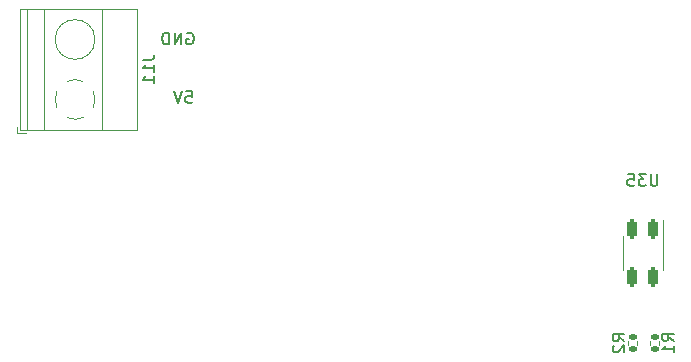
<source format=gbr>
%TF.GenerationSoftware,KiCad,Pcbnew,7.0.8*%
%TF.CreationDate,2023-11-15T20:37:27+01:00*%
%TF.ProjectId,main_board_4_jlc-3.2,6d61696e-5f62-46f6-9172-645f345f6a6c,rev?*%
%TF.SameCoordinates,Original*%
%TF.FileFunction,Legend,Bot*%
%TF.FilePolarity,Positive*%
%FSLAX46Y46*%
G04 Gerber Fmt 4.6, Leading zero omitted, Abs format (unit mm)*
G04 Created by KiCad (PCBNEW 7.0.8) date 2023-11-15 20:37:27*
%MOMM*%
%LPD*%
G01*
G04 APERTURE LIST*
G04 Aperture macros list*
%AMRoundRect*
0 Rectangle with rounded corners*
0 $1 Rounding radius*
0 $2 $3 $4 $5 $6 $7 $8 $9 X,Y pos of 4 corners*
0 Add a 4 corners polygon primitive as box body*
4,1,4,$2,$3,$4,$5,$6,$7,$8,$9,$2,$3,0*
0 Add four circle primitives for the rounded corners*
1,1,$1+$1,$2,$3*
1,1,$1+$1,$4,$5*
1,1,$1+$1,$6,$7*
1,1,$1+$1,$8,$9*
0 Add four rect primitives between the rounded corners*
20,1,$1+$1,$2,$3,$4,$5,0*
20,1,$1+$1,$4,$5,$6,$7,0*
20,1,$1+$1,$6,$7,$8,$9,0*
20,1,$1+$1,$8,$9,$2,$3,0*%
G04 Aperture macros list end*
%ADD10C,0.150000*%
%ADD11C,0.120000*%
%ADD12C,0.780999*%
%ADD13O,1.070000X1.800000*%
%ADD14R,1.070000X1.800000*%
%ADD15RoundRect,0.102000X0.684000X0.684000X-0.684000X0.684000X-0.684000X-0.684000X0.684000X-0.684000X0*%
%ADD16C,1.572000*%
%ADD17C,3.800000*%
%ADD18C,3.200000*%
%ADD19C,2.000000*%
%ADD20R,1.700000X1.700000*%
%ADD21O,1.700000X1.700000*%
%ADD22RoundRect,0.135000X-0.185000X0.135000X-0.185000X-0.135000X0.185000X-0.135000X0.185000X0.135000X0*%
%ADD23RoundRect,0.135000X0.185000X-0.135000X0.185000X0.135000X-0.185000X0.135000X-0.185000X-0.135000X0*%
%ADD24R,2.600000X2.600000*%
%ADD25C,2.600000*%
%ADD26RoundRect,0.197500X0.197500X0.632500X-0.197500X0.632500X-0.197500X-0.632500X0.197500X-0.632500X0*%
G04 APERTURE END LIST*
D10*
X269399030Y-211296819D02*
X269875220Y-211296819D01*
X269875220Y-211296819D02*
X269922839Y-211773009D01*
X269922839Y-211773009D02*
X269875220Y-211725390D01*
X269875220Y-211725390D02*
X269779982Y-211677771D01*
X269779982Y-211677771D02*
X269541887Y-211677771D01*
X269541887Y-211677771D02*
X269446649Y-211725390D01*
X269446649Y-211725390D02*
X269399030Y-211773009D01*
X269399030Y-211773009D02*
X269351411Y-211868247D01*
X269351411Y-211868247D02*
X269351411Y-212106342D01*
X269351411Y-212106342D02*
X269399030Y-212201580D01*
X269399030Y-212201580D02*
X269446649Y-212249200D01*
X269446649Y-212249200D02*
X269541887Y-212296819D01*
X269541887Y-212296819D02*
X269779982Y-212296819D01*
X269779982Y-212296819D02*
X269875220Y-212249200D01*
X269875220Y-212249200D02*
X269922839Y-212201580D01*
X269065696Y-211296819D02*
X268732363Y-212296819D01*
X268732363Y-212296819D02*
X268399030Y-211296819D01*
X269478411Y-206391438D02*
X269573649Y-206343819D01*
X269573649Y-206343819D02*
X269716506Y-206343819D01*
X269716506Y-206343819D02*
X269859363Y-206391438D01*
X269859363Y-206391438D02*
X269954601Y-206486676D01*
X269954601Y-206486676D02*
X270002220Y-206581914D01*
X270002220Y-206581914D02*
X270049839Y-206772390D01*
X270049839Y-206772390D02*
X270049839Y-206915247D01*
X270049839Y-206915247D02*
X270002220Y-207105723D01*
X270002220Y-207105723D02*
X269954601Y-207200961D01*
X269954601Y-207200961D02*
X269859363Y-207296200D01*
X269859363Y-207296200D02*
X269716506Y-207343819D01*
X269716506Y-207343819D02*
X269621268Y-207343819D01*
X269621268Y-207343819D02*
X269478411Y-207296200D01*
X269478411Y-207296200D02*
X269430792Y-207248580D01*
X269430792Y-207248580D02*
X269430792Y-206915247D01*
X269430792Y-206915247D02*
X269621268Y-206915247D01*
X269002220Y-207343819D02*
X269002220Y-206343819D01*
X269002220Y-206343819D02*
X268430792Y-207343819D01*
X268430792Y-207343819D02*
X268430792Y-206343819D01*
X267954601Y-207343819D02*
X267954601Y-206343819D01*
X267954601Y-206343819D02*
X267716506Y-206343819D01*
X267716506Y-206343819D02*
X267573649Y-206391438D01*
X267573649Y-206391438D02*
X267478411Y-206486676D01*
X267478411Y-206486676D02*
X267430792Y-206581914D01*
X267430792Y-206581914D02*
X267383173Y-206772390D01*
X267383173Y-206772390D02*
X267383173Y-206915247D01*
X267383173Y-206915247D02*
X267430792Y-207105723D01*
X267430792Y-207105723D02*
X267478411Y-207200961D01*
X267478411Y-207200961D02*
X267573649Y-207296200D01*
X267573649Y-207296200D02*
X267716506Y-207343819D01*
X267716506Y-207343819D02*
X267954601Y-207343819D01*
X306506817Y-232468331D02*
X306030626Y-232134998D01*
X306506817Y-231896903D02*
X305506817Y-231896903D01*
X305506817Y-231896903D02*
X305506817Y-232277855D01*
X305506817Y-232277855D02*
X305554436Y-232373093D01*
X305554436Y-232373093D02*
X305602055Y-232420712D01*
X305602055Y-232420712D02*
X305697293Y-232468331D01*
X305697293Y-232468331D02*
X305840150Y-232468331D01*
X305840150Y-232468331D02*
X305935388Y-232420712D01*
X305935388Y-232420712D02*
X305983007Y-232373093D01*
X305983007Y-232373093D02*
X306030626Y-232277855D01*
X306030626Y-232277855D02*
X306030626Y-231896903D01*
X305602055Y-232849284D02*
X305554436Y-232896903D01*
X305554436Y-232896903D02*
X305506817Y-232992141D01*
X305506817Y-232992141D02*
X305506817Y-233230236D01*
X305506817Y-233230236D02*
X305554436Y-233325474D01*
X305554436Y-233325474D02*
X305602055Y-233373093D01*
X305602055Y-233373093D02*
X305697293Y-233420712D01*
X305697293Y-233420712D02*
X305792531Y-233420712D01*
X305792531Y-233420712D02*
X305935388Y-233373093D01*
X305935388Y-233373093D02*
X306506817Y-232801665D01*
X306506817Y-232801665D02*
X306506817Y-233420712D01*
X310698819Y-232453333D02*
X310222628Y-232120000D01*
X310698819Y-231881905D02*
X309698819Y-231881905D01*
X309698819Y-231881905D02*
X309698819Y-232262857D01*
X309698819Y-232262857D02*
X309746438Y-232358095D01*
X309746438Y-232358095D02*
X309794057Y-232405714D01*
X309794057Y-232405714D02*
X309889295Y-232453333D01*
X309889295Y-232453333D02*
X310032152Y-232453333D01*
X310032152Y-232453333D02*
X310127390Y-232405714D01*
X310127390Y-232405714D02*
X310175009Y-232358095D01*
X310175009Y-232358095D02*
X310222628Y-232262857D01*
X310222628Y-232262857D02*
X310222628Y-231881905D01*
X310698819Y-233405714D02*
X310698819Y-232834286D01*
X310698819Y-233120000D02*
X309698819Y-233120000D01*
X309698819Y-233120000D02*
X309841676Y-233024762D01*
X309841676Y-233024762D02*
X309936914Y-232929524D01*
X309936914Y-232929524D02*
X309984533Y-232834286D01*
X265714819Y-208650476D02*
X266429104Y-208650476D01*
X266429104Y-208650476D02*
X266571961Y-208602857D01*
X266571961Y-208602857D02*
X266667200Y-208507619D01*
X266667200Y-208507619D02*
X266714819Y-208364762D01*
X266714819Y-208364762D02*
X266714819Y-208269524D01*
X266714819Y-209650476D02*
X266714819Y-209079048D01*
X266714819Y-209364762D02*
X265714819Y-209364762D01*
X265714819Y-209364762D02*
X265857676Y-209269524D01*
X265857676Y-209269524D02*
X265952914Y-209174286D01*
X265952914Y-209174286D02*
X266000533Y-209079048D01*
X266714819Y-210602857D02*
X266714819Y-210031429D01*
X266714819Y-210317143D02*
X265714819Y-210317143D01*
X265714819Y-210317143D02*
X265857676Y-210221905D01*
X265857676Y-210221905D02*
X265952914Y-210126667D01*
X265952914Y-210126667D02*
X266000533Y-210031429D01*
X309296094Y-218316819D02*
X309296094Y-219126342D01*
X309296094Y-219126342D02*
X309248475Y-219221580D01*
X309248475Y-219221580D02*
X309200856Y-219269200D01*
X309200856Y-219269200D02*
X309105618Y-219316819D01*
X309105618Y-219316819D02*
X308915142Y-219316819D01*
X308915142Y-219316819D02*
X308819904Y-219269200D01*
X308819904Y-219269200D02*
X308772285Y-219221580D01*
X308772285Y-219221580D02*
X308724666Y-219126342D01*
X308724666Y-219126342D02*
X308724666Y-218316819D01*
X308343713Y-218316819D02*
X307724666Y-218316819D01*
X307724666Y-218316819D02*
X308057999Y-218697771D01*
X308057999Y-218697771D02*
X307915142Y-218697771D01*
X307915142Y-218697771D02*
X307819904Y-218745390D01*
X307819904Y-218745390D02*
X307772285Y-218793009D01*
X307772285Y-218793009D02*
X307724666Y-218888247D01*
X307724666Y-218888247D02*
X307724666Y-219126342D01*
X307724666Y-219126342D02*
X307772285Y-219221580D01*
X307772285Y-219221580D02*
X307819904Y-219269200D01*
X307819904Y-219269200D02*
X307915142Y-219316819D01*
X307915142Y-219316819D02*
X308200856Y-219316819D01*
X308200856Y-219316819D02*
X308296094Y-219269200D01*
X308296094Y-219269200D02*
X308343713Y-219221580D01*
X306819904Y-218316819D02*
X307296094Y-218316819D01*
X307296094Y-218316819D02*
X307343713Y-218793009D01*
X307343713Y-218793009D02*
X307296094Y-218745390D01*
X307296094Y-218745390D02*
X307200856Y-218697771D01*
X307200856Y-218697771D02*
X306962761Y-218697771D01*
X306962761Y-218697771D02*
X306867523Y-218745390D01*
X306867523Y-218745390D02*
X306819904Y-218793009D01*
X306819904Y-218793009D02*
X306772285Y-218888247D01*
X306772285Y-218888247D02*
X306772285Y-219126342D01*
X306772285Y-219126342D02*
X306819904Y-219221580D01*
X306819904Y-219221580D02*
X306867523Y-219269200D01*
X306867523Y-219269200D02*
X306962761Y-219316819D01*
X306962761Y-219316819D02*
X307200856Y-219316819D01*
X307200856Y-219316819D02*
X307296094Y-219269200D01*
X307296094Y-219269200D02*
X307343713Y-219221580D01*
D11*
%TO.C,R2*%
X307601998Y-232481357D02*
X307601998Y-232788639D01*
X306841998Y-232481357D02*
X306841998Y-232788639D01*
%TO.C,R1*%
X308694000Y-232773641D02*
X308694000Y-232466359D01*
X309454000Y-232773641D02*
X309454000Y-232466359D01*
%TO.C,J11*%
X255100000Y-214840000D02*
X255100000Y-214340000D01*
X255840000Y-214840000D02*
X255100000Y-214840000D01*
X255340000Y-214600000D02*
X255340000Y-204320000D01*
X255900000Y-214600000D02*
X255900000Y-204320000D01*
X257400000Y-214600000D02*
X257400000Y-204320000D01*
X262301000Y-214600000D02*
X262301000Y-204320000D01*
X265261000Y-214600000D02*
X255340000Y-214600000D01*
X265261000Y-214600000D02*
X265261000Y-204320000D01*
X258977000Y-208147000D02*
X258931000Y-208194000D01*
X258761000Y-207954000D02*
X258726000Y-207989000D01*
X261275000Y-205850000D02*
X261239000Y-205885000D01*
X261069000Y-205645000D02*
X261023000Y-205692000D01*
X265261000Y-204320000D02*
X255340000Y-204320000D01*
X259316958Y-213535427D02*
G75*
G03*
X260684000Y-213535000I683041J1535420D01*
G01*
X258319748Y-211971195D02*
G75*
G03*
X258465001Y-212684000I1680253J-28806D01*
G01*
X258465244Y-211316682D02*
G75*
G03*
X258320000Y-212000000I1534756J-683318D01*
G01*
X261535427Y-212683042D02*
G75*
G03*
X261535000Y-211316000I-1535420J683041D01*
G01*
X260683042Y-210464573D02*
G75*
G03*
X259316000Y-210465000I-683041J-1535431D01*
G01*
X261680000Y-206920000D02*
G75*
G03*
X261680000Y-206920000I-1680000J0D01*
G01*
%TO.C,U35*%
X309758000Y-226400000D02*
X309758000Y-222200000D01*
X306358000Y-226400000D02*
X306358000Y-223600000D01*
%TD*%
%LPC*%
%TO.C,J10*%
D12*
X213960499Y-184521000D02*
G75*
G03*
X213960499Y-184521000I-390499J0D01*
G01*
X213960499Y-187061000D02*
G75*
G03*
X213960499Y-187061000I-390499J0D01*
G01*
X213960499Y-189601000D02*
G75*
G03*
X213960499Y-189601000I-390499J0D01*
G01*
X213960499Y-192141000D02*
G75*
G03*
X213960499Y-192141000I-390499J0D01*
G01*
X213960499Y-194681000D02*
G75*
G03*
X213960499Y-194681000I-390499J0D01*
G01*
X213960499Y-197221000D02*
G75*
G03*
X213960499Y-197221000I-390499J0D01*
G01*
X213960499Y-199761000D02*
G75*
G03*
X213960499Y-199761000I-390499J0D01*
G01*
X213960499Y-202301000D02*
G75*
G03*
X213960499Y-202301000I-390499J0D01*
G01*
%TO.C,J9*%
X236820499Y-184521000D02*
G75*
G03*
X236820499Y-184521000I-390499J0D01*
G01*
X236820499Y-187061000D02*
G75*
G03*
X236820499Y-187061000I-390499J0D01*
G01*
X236820499Y-189601000D02*
G75*
G03*
X236820499Y-189601000I-390499J0D01*
G01*
X236820499Y-192141000D02*
G75*
G03*
X236820499Y-192141000I-390499J0D01*
G01*
X236820499Y-194681000D02*
G75*
G03*
X236820499Y-194681000I-390499J0D01*
G01*
X236820499Y-197221000D02*
G75*
G03*
X236820499Y-197221000I-390499J0D01*
G01*
X236820499Y-199761000D02*
G75*
G03*
X236820499Y-199761000I-390499J0D01*
G01*
X236820499Y-202301000D02*
G75*
G03*
X236820499Y-202301000I-390499J0D01*
G01*
%TD*%
D13*
%TO.C,D12*%
X223090000Y-225000000D03*
X224360000Y-225000000D03*
X225630000Y-225000000D03*
D14*
X226900000Y-225000000D03*
%TD*%
D15*
%TO.C,J7*%
X239800000Y-229000000D03*
D16*
X242340000Y-229000000D03*
X244880000Y-229000000D03*
X247420000Y-229000000D03*
%TD*%
D17*
%TO.C,H1*%
X338979248Y-255540647D03*
%TD*%
D18*
%TO.C,H60*%
X268840620Y-268840620D03*
%TD*%
D17*
%TO.C,H1*%
X314230038Y-236747357D03*
%TD*%
%TO.C,H1*%
X97497791Y-190835886D03*
%TD*%
%TO.C,H1*%
X328110266Y-211425276D03*
%TD*%
%TO.C,H1*%
X56928906Y-179965486D03*
%TD*%
%TO.C,H1*%
X80249050Y-244056824D03*
%TD*%
%TO.C,H1*%
X147057714Y-180000000D03*
%TD*%
%TO.C,H1*%
X346952098Y-275514213D03*
%TD*%
D19*
%TO.C,H45*%
X158100000Y-227939000D03*
%TD*%
%TO.C,H23*%
X81100000Y-227939000D03*
%TD*%
D18*
%TO.C,H60*%
X268840620Y-181159380D03*
%TD*%
D17*
%TO.C,H1*%
X124543714Y-198082819D03*
%TD*%
%TO.C,H1*%
X397511406Y-247711557D03*
%TD*%
%TO.C,H1*%
X128916529Y-264799077D03*
%TD*%
%TO.C,H1*%
X171306425Y-256000000D03*
%TD*%
%TO.C,H1*%
X355870722Y-242229457D03*
%TD*%
%TO.C,H1*%
X334017785Y-179843355D03*
%TD*%
%TO.C,H1*%
X141850842Y-190558491D03*
%TD*%
D19*
%TO.C,H57*%
X200100000Y-227939000D03*
%TD*%
D17*
%TO.C,H1*%
X121889734Y-238574724D03*
%TD*%
D18*
%TO.C,H60*%
X181159380Y-268840620D03*
%TD*%
D17*
%TO.C,H1*%
X154785156Y-195916059D03*
%TD*%
D19*
%TO.C,H18*%
X64560000Y-227939000D03*
%TD*%
D17*
%TO.C,H1*%
X66368822Y-204115809D03*
%TD*%
%TO.C,H1*%
X385000000Y-225000000D03*
%TD*%
%TO.C,H1*%
X159182069Y-187000000D03*
%TD*%
%TO.C,H1*%
X302942286Y-270000000D03*
%TD*%
D15*
%TO.C,J8*%
X399820000Y-229000000D03*
D16*
X402360000Y-229000000D03*
X404900000Y-229000000D03*
X407440000Y-229000000D03*
%TD*%
D19*
%TO.C,H36*%
X127560000Y-227939000D03*
%TD*%
D17*
%TO.C,H1*%
X284887401Y-208953219D03*
%TD*%
%TO.C,H1*%
X128916529Y-185200923D03*
%TD*%
%TO.C,H1*%
X366025171Y-187212419D03*
%TD*%
D19*
%TO.C,H15*%
X53100000Y-227939000D03*
%TD*%
D17*
%TO.C,H1*%
X357000000Y-225000000D03*
%TD*%
%TO.C,H1*%
X154785156Y-254083941D03*
%TD*%
D19*
%TO.C,H21*%
X74100000Y-227939000D03*
%TD*%
%TO.C,H28*%
X99560000Y-227939000D03*
%TD*%
D17*
%TO.C,H1*%
X83974829Y-187212419D03*
%TD*%
%TO.C,H1*%
X383631178Y-245884191D03*
%TD*%
D19*
%TO.C,H54*%
X190560000Y-227939000D03*
%TD*%
D17*
%TO.C,H1*%
X371000000Y-225000000D03*
%TD*%
D19*
%TO.C,H12*%
X43560000Y-227939000D03*
%TD*%
D17*
%TO.C,H1*%
X393071094Y-270034514D03*
%TD*%
D19*
%TO.C,H46*%
X162560000Y-227939000D03*
%TD*%
%TO.C,H16*%
X57560000Y-227939000D03*
%TD*%
D17*
%TO.C,H1*%
X165112599Y-208953219D03*
%TD*%
D19*
%TO.C,H14*%
X50560000Y-227939000D03*
%TD*%
D17*
%TO.C,H1*%
X328110266Y-238574724D03*
%TD*%
D19*
%TO.C,H26*%
X92560000Y-227939000D03*
%TD*%
D17*
%TO.C,H1*%
X352502209Y-259164114D03*
%TD*%
D19*
%TO.C,H22*%
X78560000Y-227939000D03*
%TD*%
%TO.C,H43*%
X151100000Y-227939000D03*
%TD*%
D17*
%TO.C,H1*%
X300349809Y-215080009D03*
%TD*%
%TO.C,H1*%
X124543714Y-251917181D03*
%TD*%
%TO.C,H1*%
X121889734Y-211425276D03*
%TD*%
%TO.C,H1*%
X103047902Y-174485787D03*
%TD*%
%TO.C,H1*%
X115982215Y-270156645D03*
%TD*%
%TO.C,H1*%
X301000000Y-225000000D03*
%TD*%
%TO.C,H1*%
X399000000Y-225000000D03*
%TD*%
%TO.C,H1*%
X308149158Y-259441509D03*
%TD*%
%TO.C,H1*%
X159182069Y-263000000D03*
%TD*%
D19*
%TO.C,H34*%
X120560000Y-227939000D03*
%TD*%
D17*
%TO.C,H1*%
X366025171Y-262787581D03*
%TD*%
D19*
%TO.C,H48*%
X169560000Y-227939000D03*
%TD*%
%TO.C,H31*%
X109100000Y-227939000D03*
%TD*%
D17*
%TO.C,H1*%
X295214844Y-254083941D03*
%TD*%
%TO.C,H1*%
X369750950Y-244056824D03*
%TD*%
%TO.C,H1*%
X149650191Y-215080009D03*
%TD*%
%TO.C,H1*%
X284887401Y-241046781D03*
%TD*%
D19*
%TO.C,H37*%
X130100000Y-227939000D03*
%TD*%
D17*
%TO.C,H1*%
X138066676Y-248293714D03*
%TD*%
%TO.C,H1*%
X298410363Y-244670247D03*
%TD*%
D19*
%TO.C,H47*%
X165100000Y-227939000D03*
%TD*%
D17*
%TO.C,H1*%
X311933324Y-248293714D03*
%TD*%
%TO.C,H1*%
X165112599Y-241046781D03*
%TD*%
%TO.C,H1*%
X115982215Y-179843355D03*
%TD*%
%TO.C,H1*%
X141850842Y-259441509D03*
%TD*%
%TO.C,H1*%
X97497791Y-259164114D03*
%TD*%
%TO.C,H1*%
X52488594Y-202288443D03*
%TD*%
%TO.C,H1*%
X314230038Y-213252643D03*
%TD*%
%TO.C,H1*%
X341990494Y-209597909D03*
%TD*%
D19*
%TO.C,H33*%
X116100000Y-227939000D03*
%TD*%
%TO.C,H44*%
X155560000Y-227939000D03*
%TD*%
D17*
%TO.C,H1*%
X52488594Y-247711557D03*
%TD*%
%TO.C,H1*%
X70451868Y-266411047D03*
%TD*%
D19*
%TO.C,H49*%
X172100000Y-227939000D03*
%TD*%
%TO.C,H20*%
X71560000Y-227939000D03*
%TD*%
%TO.C,H58*%
X204560000Y-227939000D03*
%TD*%
D17*
%TO.C,H1*%
X285294854Y-271265869D03*
%TD*%
%TO.C,H1*%
X164705146Y-271265869D03*
%TD*%
%TO.C,H1*%
X308149158Y-190558491D03*
%TD*%
%TO.C,H1*%
X80249050Y-205943176D03*
%TD*%
%TO.C,H1*%
X135769962Y-236747357D03*
%TD*%
%TO.C,H1*%
X108009506Y-209597909D03*
%TD*%
%TO.C,H1*%
X341990494Y-240402091D03*
%TD*%
%TO.C,H1*%
X379548132Y-183588953D03*
%TD*%
%TO.C,H1*%
X321083471Y-264799077D03*
%TD*%
%TO.C,H1*%
X83974829Y-262787581D03*
%TD*%
D19*
%TO.C,H25*%
X88100000Y-227939000D03*
%TD*%
D17*
%TO.C,H1*%
X111020752Y-255540647D03*
%TD*%
%TO.C,H1*%
X290817931Y-263000000D03*
%TD*%
D20*
%TO.C,J1*%
X243528000Y-237215000D03*
D21*
X243528000Y-239755000D03*
X243528000Y-242295000D03*
X243528000Y-244835000D03*
%TD*%
D17*
%TO.C,H1*%
X138066676Y-201706286D03*
%TD*%
D19*
%TO.C,H24*%
X85560000Y-227939000D03*
%TD*%
%TO.C,H40*%
X141560000Y-227939000D03*
%TD*%
D17*
%TO.C,H1*%
X149650191Y-234919991D03*
%TD*%
%TO.C,H1*%
X151589637Y-244670247D03*
%TD*%
%TO.C,H1*%
X56928906Y-270034514D03*
%TD*%
D19*
%TO.C,H50*%
X176560000Y-227939000D03*
%TD*%
D17*
%TO.C,H1*%
X315000000Y-225000000D03*
%TD*%
%TO.C,H1*%
X94129278Y-242229457D03*
%TD*%
%TO.C,H1*%
X325456286Y-198082819D03*
%TD*%
D19*
%TO.C,H35*%
X123100000Y-227939000D03*
%TD*%
D17*
%TO.C,H1*%
X355870722Y-207770543D03*
%TD*%
D19*
%TO.C,H41*%
X144100000Y-227939000D03*
%TD*%
D17*
%TO.C,H1*%
X278693575Y-194000000D03*
%TD*%
%TO.C,H1*%
X290817931Y-187000000D03*
%TD*%
%TO.C,H1*%
X346952098Y-174485787D03*
%TD*%
D19*
%TO.C,H29*%
X102100000Y-227939000D03*
%TD*%
%TO.C,H13*%
X46100000Y-227939000D03*
%TD*%
D17*
%TO.C,H1*%
X383631178Y-204115809D03*
%TD*%
%TO.C,H1*%
X66368822Y-245884191D03*
%TD*%
D19*
%TO.C,H38*%
X134560000Y-227939000D03*
%TD*%
D17*
%TO.C,H1*%
X300349809Y-234919991D03*
%TD*%
%TO.C,H1*%
X111020752Y-194459353D03*
%TD*%
D19*
%TO.C,H53*%
X186100000Y-227939000D03*
%TD*%
D15*
%TO.C,J6*%
X399820000Y-221000000D03*
D16*
X402360000Y-221000000D03*
X404900000Y-221000000D03*
X407440000Y-221000000D03*
%TD*%
D17*
%TO.C,H1*%
X369750950Y-205943176D03*
%TD*%
%TO.C,H1*%
X164705146Y-178734131D03*
%TD*%
%TO.C,H1*%
X393071094Y-179965486D03*
%TD*%
D19*
%TO.C,H55*%
X193100000Y-227939000D03*
%TD*%
D17*
%TO.C,H1*%
X397511406Y-202288443D03*
%TD*%
D19*
%TO.C,H59*%
X207100000Y-227939000D03*
%TD*%
D17*
%TO.C,H1*%
X171306425Y-194000000D03*
%TD*%
%TO.C,H1*%
X147057714Y-270000000D03*
%TD*%
D18*
%TO.C,H60*%
X181159380Y-181159380D03*
%TD*%
D17*
%TO.C,H1*%
X295214844Y-195916059D03*
%TD*%
%TO.C,H1*%
X302942286Y-180000000D03*
%TD*%
D19*
%TO.C,H19*%
X67100000Y-227939000D03*
%TD*%
D17*
%TO.C,H1*%
X352502209Y-190835886D03*
%TD*%
%TO.C,H1*%
X135769962Y-213252643D03*
%TD*%
%TO.C,H1*%
X379548132Y-266411047D03*
%TD*%
%TO.C,H1*%
X321083471Y-185200923D03*
%TD*%
%TO.C,H1*%
X334017785Y-270156645D03*
%TD*%
D19*
%TO.C,H27*%
X95100000Y-227939000D03*
%TD*%
%TO.C,H39*%
X137100000Y-227939000D03*
%TD*%
D15*
%TO.C,J5*%
X239800000Y-221000000D03*
D16*
X242340000Y-221000000D03*
X244880000Y-221000000D03*
X247420000Y-221000000D03*
%TD*%
D17*
%TO.C,H1*%
X298410363Y-205329753D03*
%TD*%
%TO.C,H1*%
X94129278Y-207770543D03*
%TD*%
%TO.C,H1*%
X108009506Y-240402091D03*
%TD*%
%TO.C,H1*%
X311933324Y-201706286D03*
%TD*%
%TO.C,H1*%
X325456286Y-251917181D03*
%TD*%
%TO.C,H1*%
X70451868Y-183588953D03*
%TD*%
D19*
%TO.C,H32*%
X113560000Y-227939000D03*
%TD*%
%TO.C,H52*%
X183560000Y-227939000D03*
%TD*%
%TO.C,H30*%
X106560000Y-227939000D03*
%TD*%
D17*
%TO.C,H1*%
X329000000Y-225000000D03*
%TD*%
D19*
%TO.C,H17*%
X60100000Y-227939000D03*
%TD*%
D17*
%TO.C,H1*%
X338979248Y-194459353D03*
%TD*%
D19*
%TO.C,H51*%
X179100000Y-227939000D03*
%TD*%
%TO.C,H56*%
X197560000Y-227939000D03*
%TD*%
D17*
%TO.C,H1*%
X278693575Y-256000000D03*
%TD*%
%TO.C,H1*%
X103047902Y-275514213D03*
%TD*%
%TO.C,H1*%
X287000000Y-225000000D03*
%TD*%
%TO.C,H1*%
X151589637Y-205329753D03*
%TD*%
%TO.C,H1*%
X285294854Y-178734131D03*
%TD*%
%TO.C,H1*%
X343000000Y-225000000D03*
%TD*%
D19*
%TO.C,H42*%
X148560000Y-227939000D03*
%TD*%
D22*
%TO.C,R2*%
X307221998Y-232124998D03*
X307221998Y-233144998D03*
%TD*%
D23*
%TO.C,R1*%
X309074000Y-233130000D03*
X309074000Y-232110000D03*
%TD*%
D24*
%TO.C,J11*%
X260000000Y-212000000D03*
D25*
X260000000Y-206920000D03*
%TD*%
D26*
%TO.C,U35*%
X308958000Y-223000000D03*
X308958000Y-227000000D03*
X307158000Y-227000000D03*
X307158000Y-223000000D03*
%TD*%
%LPD*%
M02*

</source>
